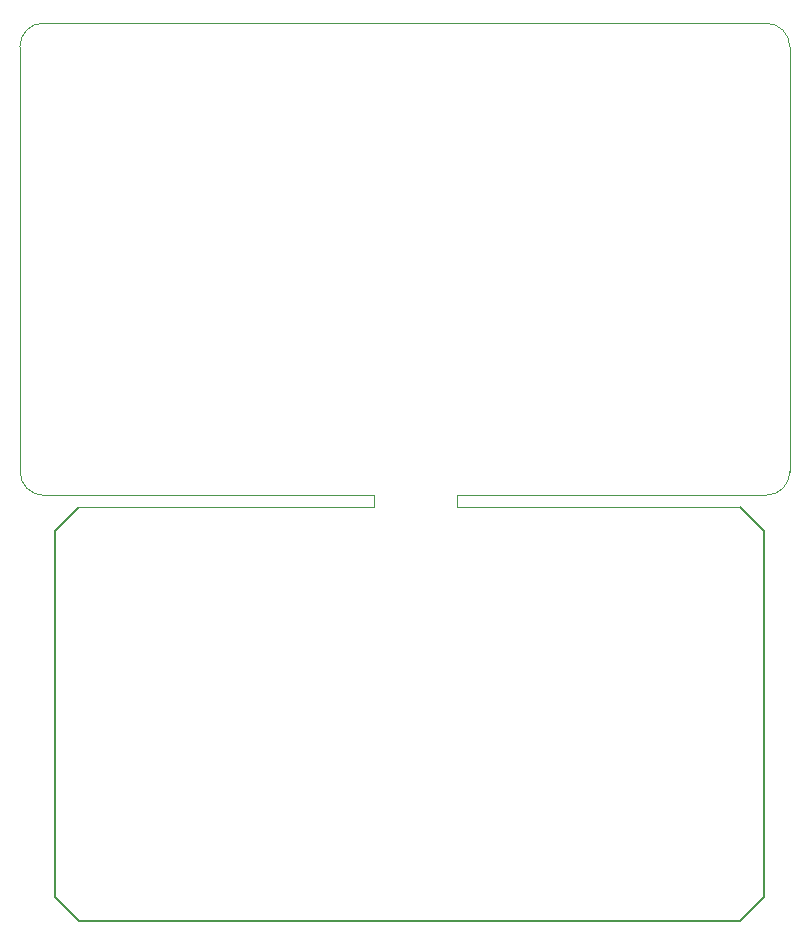
<source format=gbr>
%TF.GenerationSoftware,KiCad,Pcbnew,8.0.1*%
%TF.CreationDate,2024-04-01T21:08:38-04:00*%
%TF.ProjectId,esp32-node-board-40x65,65737033-322d-46e6-9f64-652d626f6172,rev?*%
%TF.SameCoordinates,Original*%
%TF.FileFunction,Profile,NP*%
%FSLAX46Y46*%
G04 Gerber Fmt 4.6, Leading zero omitted, Abs format (unit mm)*
G04 Created by KiCad (PCBNEW 8.0.1) date 2024-04-01 21:08:38*
%MOMM*%
%LPD*%
G01*
G04 APERTURE LIST*
%TA.AperFunction,Profile*%
%ADD10C,0.100000*%
%TD*%
%TA.AperFunction,Profile*%
%ADD11C,0.150000*%
%TD*%
G04 APERTURE END LIST*
D10*
X117000000Y-80250000D02*
X143185786Y-80235786D01*
X117000000Y-81250000D02*
X117000000Y-80250000D01*
X141000000Y-81250000D02*
X117000000Y-81250000D01*
X82014214Y-80235786D02*
X110000000Y-80250000D01*
X110000000Y-81250000D02*
X110000000Y-80250000D01*
X85000000Y-81250000D02*
X110000000Y-81250000D01*
D11*
X141000000Y-116250000D02*
X85000000Y-116250000D01*
X83000000Y-83250000D02*
X83000000Y-114250000D01*
X143000000Y-83250000D02*
X143000000Y-114250000D01*
X83000000Y-114250000D02*
X85000000Y-116250000D01*
X143000000Y-114250000D02*
X141000000Y-116250000D01*
X85000000Y-81250000D02*
X83000000Y-83250000D01*
X141000000Y-81250000D02*
X143000000Y-83250000D01*
D10*
X80000000Y-42250000D02*
X80014214Y-78235786D01*
X143185786Y-40264214D02*
G75*
G02*
X145185786Y-42264214I14J-1999986D01*
G01*
X82014214Y-80235786D02*
G75*
G02*
X80014214Y-78235786I-14J1999986D01*
G01*
X145185786Y-42264214D02*
X145185786Y-78235786D01*
X80000000Y-42250000D02*
G75*
G02*
X82000000Y-40250000I2000000J0D01*
G01*
X145185786Y-78235786D02*
G75*
G02*
X143185786Y-80235786I-1999986J-14D01*
G01*
X143185786Y-40264214D02*
X82000000Y-40250000D01*
M02*

</source>
